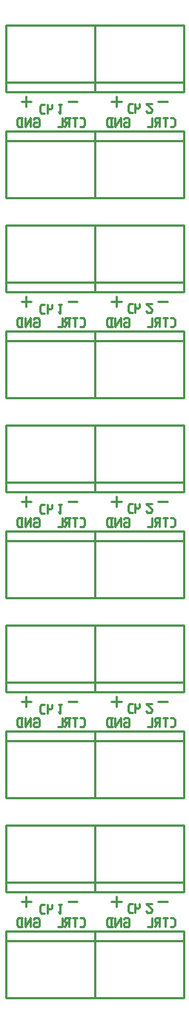
<source format=gbr>
G04 start of page 10 for group -4078 idx -4078 *
G04 Title: (unknown), bottomsilk *
G04 Creator: pcb 4.0.2 *
G04 CreationDate: Thu Sep  9 05:11:40 2021 UTC *
G04 For: ndholmes *
G04 Format: Gerber/RS-274X *
G04 PCB-Dimensions (mil): 1020.00 4700.00 *
G04 PCB-Coordinate-Origin: lower left *
%MOIN*%
%FSLAX25Y25*%
%LNBOTTOMSILK*%
%ADD34C,0.0100*%
G54D34*X24000Y327500D02*X23500Y327000D01*
X24000Y327500D02*X25500D01*
X26000Y327000D02*X25500Y327500D01*
X26000Y324000D02*Y327000D01*
Y324000D02*X25500Y323500D01*
X24000D02*X25500D01*
X24000D02*X23500Y324000D01*
Y325000D01*
X24000Y325500D02*X23500Y325000D01*
X24000Y325500D02*X25000D01*
X22300Y323500D02*Y327500D01*
X19800Y323500D01*
Y327500D01*
X18100Y323500D02*Y327500D01*
X16800D02*X16100Y326800D01*
Y324200D02*Y326800D01*
X16800Y323500D02*X16100Y324200D01*
X16800Y323500D02*X18600D01*
X16800Y327500D02*X18600D01*
X44500Y323500D02*X45800D01*
X46500Y324200D02*X45800Y323500D01*
X46500Y324200D02*Y326800D01*
X45800Y327500D01*
X44500D02*X45800D01*
X41300D02*X43300D01*
X42300Y323500D02*Y327500D01*
X38100D02*X40100D01*
X38100D02*X37600Y327000D01*
Y326000D02*Y327000D01*
X38100Y325500D02*X37600Y326000D01*
X38100Y325500D02*X39600D01*
Y323500D02*Y327500D01*
X38800Y325500D02*X37600Y323500D01*
X36400D02*Y327500D01*
X34400Y323500D02*X36400D01*
X18000Y334900D02*X22600D01*
X20300Y332600D02*Y337200D01*
X39000Y334800D02*X43200D01*
X27200Y333500D02*X28500D01*
X26500Y332800D02*X27200Y333500D01*
X26500Y330200D02*Y332800D01*
Y330200D02*X27200Y329500D01*
X28500D01*
X29700D02*Y333500D01*
Y332000D02*X30200Y331500D01*
X31200D01*
X31700Y332000D01*
Y333500D01*
X34700Y330300D02*X35500Y329500D01*
Y333500D01*
X34700D02*X36200D01*
X64500Y327500D02*X64000Y327000D01*
X64500Y327500D02*X66000D01*
X66500Y327000D02*X66000Y327500D01*
X66500Y324000D02*Y327000D01*
Y324000D02*X66000Y323500D01*
X64500D02*X66000D01*
X64500D02*X64000Y324000D01*
Y325000D01*
X64500Y325500D02*X64000Y325000D01*
X64500Y325500D02*X65500D01*
X62800Y323500D02*Y327500D01*
X60300Y323500D01*
Y327500D01*
X58600Y323500D02*Y327500D01*
X57300D02*X56600Y326800D01*
Y324200D02*Y326800D01*
X57300Y323500D02*X56600Y324200D01*
X57300Y323500D02*X59100D01*
X57300Y327500D02*X59100D01*
X85000Y323500D02*X86300D01*
X87000Y324200D02*X86300Y323500D01*
X87000Y324200D02*Y326800D01*
X86300Y327500D01*
X85000D02*X86300D01*
X81800D02*X83800D01*
X82800Y323500D02*Y327500D01*
X78600D02*X80600D01*
X78600D02*X78100Y327000D01*
Y326000D02*Y327000D01*
X78600Y325500D02*X78100Y326000D01*
X78600Y325500D02*X80100D01*
Y323500D02*Y327500D01*
X79300Y325500D02*X78100Y323500D01*
X76900D02*Y327500D01*
X74900Y323500D02*X76900D01*
X58500Y334900D02*X63100D01*
X60800Y332600D02*Y337200D01*
X79500Y334800D02*X83700D01*
X66700Y334000D02*X68000D01*
X66000Y333300D02*X66700Y334000D01*
X66000Y330700D02*Y333300D01*
Y330700D02*X66700Y330000D01*
X68000D01*
X69200D02*Y334000D01*
Y332500D02*X69700Y332000D01*
X70700D01*
X71200Y332500D01*
Y334000D01*
X74200Y330500D02*X74700Y330000D01*
X76200D01*
X76700Y330500D01*
Y331500D01*
X74200Y334000D02*X76700Y331500D01*
X74200Y334000D02*X76700D01*
X64500Y417500D02*X64000Y417000D01*
X64500Y417500D02*X66000D01*
X66500Y417000D02*X66000Y417500D01*
X66500Y414000D02*Y417000D01*
Y414000D02*X66000Y413500D01*
X64500D02*X66000D01*
X64500D02*X64000Y414000D01*
Y415000D01*
X64500Y415500D02*X64000Y415000D01*
X64500Y415500D02*X65500D01*
X62800Y413500D02*Y417500D01*
X60300Y413500D01*
Y417500D01*
X58600Y413500D02*Y417500D01*
X57300D02*X56600Y416800D01*
Y414200D02*Y416800D01*
X57300Y413500D02*X56600Y414200D01*
X57300Y413500D02*X59100D01*
X57300Y417500D02*X59100D01*
X85000Y413500D02*X86300D01*
X87000Y414200D02*X86300Y413500D01*
X87000Y414200D02*Y416800D01*
X86300Y417500D01*
X85000D02*X86300D01*
X81800D02*X83800D01*
X82800Y413500D02*Y417500D01*
X78600D02*X80600D01*
X78600D02*X78100Y417000D01*
Y416000D02*Y417000D01*
X78600Y415500D02*X78100Y416000D01*
X78600Y415500D02*X80100D01*
Y413500D02*Y417500D01*
X79300Y415500D02*X78100Y413500D01*
X76900D02*Y417500D01*
X74900Y413500D02*X76900D01*
X24000Y417500D02*X23500Y417000D01*
X24000Y417500D02*X25500D01*
X26000Y417000D02*X25500Y417500D01*
X26000Y414000D02*Y417000D01*
Y414000D02*X25500Y413500D01*
X24000D02*X25500D01*
X24000D02*X23500Y414000D01*
Y415000D01*
X24000Y415500D02*X23500Y415000D01*
X24000Y415500D02*X25000D01*
X22300Y413500D02*Y417500D01*
X19800Y413500D01*
Y417500D01*
X18100Y413500D02*Y417500D01*
X16800D02*X16100Y416800D01*
Y414200D02*Y416800D01*
X16800Y413500D02*X16100Y414200D01*
X16800Y413500D02*X18600D01*
X16800Y417500D02*X18600D01*
X44500Y413500D02*X45800D01*
X46500Y414200D02*X45800Y413500D01*
X46500Y414200D02*Y416800D01*
X45800Y417500D01*
X44500D02*X45800D01*
X41300D02*X43300D01*
X42300Y413500D02*Y417500D01*
X38100D02*X40100D01*
X38100D02*X37600Y417000D01*
Y416000D02*Y417000D01*
X38100Y415500D02*X37600Y416000D01*
X38100Y415500D02*X39600D01*
Y413500D02*Y417500D01*
X38800Y415500D02*X37600Y413500D01*
X36400D02*Y417500D01*
X34400Y413500D02*X36400D01*
X18000Y424900D02*X22600D01*
X20300Y422600D02*Y427200D01*
X39000Y424800D02*X43200D01*
X27200Y423500D02*X28500D01*
X26500Y422800D02*X27200Y423500D01*
X26500Y420200D02*Y422800D01*
Y420200D02*X27200Y419500D01*
X28500D01*
X29700D02*Y423500D01*
Y422000D02*X30200Y421500D01*
X31200D01*
X31700Y422000D01*
Y423500D01*
X34700Y420300D02*X35500Y419500D01*
Y423500D01*
X34700D02*X36200D01*
X58500Y424900D02*X63100D01*
X60800Y422600D02*Y427200D01*
X79500Y424800D02*X83700D01*
X66700Y424000D02*X68000D01*
X66000Y423300D02*X66700Y424000D01*
X66000Y420700D02*Y423300D01*
Y420700D02*X66700Y420000D01*
X68000D01*
X69200D02*Y424000D01*
Y422500D02*X69700Y422000D01*
X70700D01*
X71200Y422500D01*
Y424000D01*
X74200Y420500D02*X74700Y420000D01*
X76200D01*
X76700Y420500D01*
Y421500D01*
X74200Y424000D02*X76700Y421500D01*
X74200Y424000D02*X76700D01*
X24000Y237500D02*X23500Y237000D01*
X24000Y237500D02*X25500D01*
X26000Y237000D02*X25500Y237500D01*
X26000Y234000D02*Y237000D01*
Y234000D02*X25500Y233500D01*
X24000D02*X25500D01*
X24000D02*X23500Y234000D01*
Y235000D01*
X24000Y235500D02*X23500Y235000D01*
X24000Y235500D02*X25000D01*
X22300Y233500D02*Y237500D01*
X19800Y233500D01*
Y237500D01*
X18100Y233500D02*Y237500D01*
X16800D02*X16100Y236800D01*
Y234200D02*Y236800D01*
X16800Y233500D02*X16100Y234200D01*
X16800Y233500D02*X18600D01*
X16800Y237500D02*X18600D01*
X44500Y233500D02*X45800D01*
X46500Y234200D02*X45800Y233500D01*
X46500Y234200D02*Y236800D01*
X45800Y237500D01*
X44500D02*X45800D01*
X41300D02*X43300D01*
X42300Y233500D02*Y237500D01*
X38100D02*X40100D01*
X38100D02*X37600Y237000D01*
Y236000D02*Y237000D01*
X38100Y235500D02*X37600Y236000D01*
X38100Y235500D02*X39600D01*
Y233500D02*Y237500D01*
X38800Y235500D02*X37600Y233500D01*
X36400D02*Y237500D01*
X34400Y233500D02*X36400D01*
X18000Y244900D02*X22600D01*
X20300Y242600D02*Y247200D01*
X39000Y244800D02*X43200D01*
X27200Y243500D02*X28500D01*
X26500Y242800D02*X27200Y243500D01*
X26500Y240200D02*Y242800D01*
Y240200D02*X27200Y239500D01*
X28500D01*
X29700D02*Y243500D01*
Y242000D02*X30200Y241500D01*
X31200D01*
X31700Y242000D01*
Y243500D01*
X34700Y240300D02*X35500Y239500D01*
Y243500D01*
X34700D02*X36200D01*
X64500Y237500D02*X64000Y237000D01*
X64500Y237500D02*X66000D01*
X66500Y237000D02*X66000Y237500D01*
X66500Y234000D02*Y237000D01*
Y234000D02*X66000Y233500D01*
X64500D02*X66000D01*
X64500D02*X64000Y234000D01*
Y235000D01*
X64500Y235500D02*X64000Y235000D01*
X64500Y235500D02*X65500D01*
X62800Y233500D02*Y237500D01*
X60300Y233500D01*
Y237500D01*
X58600Y233500D02*Y237500D01*
X57300D02*X56600Y236800D01*
Y234200D02*Y236800D01*
X57300Y233500D02*X56600Y234200D01*
X57300Y233500D02*X59100D01*
X57300Y237500D02*X59100D01*
X85000Y233500D02*X86300D01*
X87000Y234200D02*X86300Y233500D01*
X87000Y234200D02*Y236800D01*
X86300Y237500D01*
X85000D02*X86300D01*
X81800D02*X83800D01*
X82800Y233500D02*Y237500D01*
X78600D02*X80600D01*
X78600D02*X78100Y237000D01*
Y236000D02*Y237000D01*
X78600Y235500D02*X78100Y236000D01*
X78600Y235500D02*X80100D01*
Y233500D02*Y237500D01*
X79300Y235500D02*X78100Y233500D01*
X76900D02*Y237500D01*
X74900Y233500D02*X76900D01*
X58500Y244900D02*X63100D01*
X60800Y242600D02*Y247200D01*
X79500Y244800D02*X83700D01*
X66700Y244000D02*X68000D01*
X66000Y243300D02*X66700Y244000D01*
X66000Y240700D02*Y243300D01*
Y240700D02*X66700Y240000D01*
X68000D01*
X69200D02*Y244000D01*
Y242500D02*X69700Y242000D01*
X70700D01*
X71200Y242500D01*
Y244000D01*
X74200Y240500D02*X74700Y240000D01*
X76200D01*
X76700Y240500D01*
Y241500D01*
X74200Y244000D02*X76700Y241500D01*
X74200Y244000D02*X76700D01*
X24000Y147500D02*X23500Y147000D01*
X24000Y147500D02*X25500D01*
X26000Y147000D02*X25500Y147500D01*
X26000Y144000D02*Y147000D01*
Y144000D02*X25500Y143500D01*
X24000D02*X25500D01*
X24000D02*X23500Y144000D01*
Y145000D01*
X24000Y145500D02*X23500Y145000D01*
X24000Y145500D02*X25000D01*
X22300Y143500D02*Y147500D01*
X19800Y143500D01*
Y147500D01*
X18100Y143500D02*Y147500D01*
X16800D02*X16100Y146800D01*
Y144200D02*Y146800D01*
X16800Y143500D02*X16100Y144200D01*
X16800Y143500D02*X18600D01*
X16800Y147500D02*X18600D01*
X44500Y143500D02*X45800D01*
X46500Y144200D02*X45800Y143500D01*
X46500Y144200D02*Y146800D01*
X45800Y147500D01*
X44500D02*X45800D01*
X41300D02*X43300D01*
X42300Y143500D02*Y147500D01*
X38100D02*X40100D01*
X38100D02*X37600Y147000D01*
Y146000D02*Y147000D01*
X38100Y145500D02*X37600Y146000D01*
X38100Y145500D02*X39600D01*
Y143500D02*Y147500D01*
X38800Y145500D02*X37600Y143500D01*
X36400D02*Y147500D01*
X34400Y143500D02*X36400D01*
X18000Y154900D02*X22600D01*
X20300Y152600D02*Y157200D01*
X39000Y154800D02*X43200D01*
X27200Y153500D02*X28500D01*
X26500Y152800D02*X27200Y153500D01*
X26500Y150200D02*Y152800D01*
Y150200D02*X27200Y149500D01*
X28500D01*
X29700D02*Y153500D01*
Y152000D02*X30200Y151500D01*
X31200D01*
X31700Y152000D01*
Y153500D01*
X34700Y150300D02*X35500Y149500D01*
Y153500D01*
X34700D02*X36200D01*
X64500Y147500D02*X64000Y147000D01*
X64500Y147500D02*X66000D01*
X66500Y147000D02*X66000Y147500D01*
X66500Y144000D02*Y147000D01*
Y144000D02*X66000Y143500D01*
X64500D02*X66000D01*
X64500D02*X64000Y144000D01*
Y145000D01*
X64500Y145500D02*X64000Y145000D01*
X64500Y145500D02*X65500D01*
X62800Y143500D02*Y147500D01*
X60300Y143500D01*
Y147500D01*
X58600Y143500D02*Y147500D01*
X57300D02*X56600Y146800D01*
Y144200D02*Y146800D01*
X57300Y143500D02*X56600Y144200D01*
X57300Y143500D02*X59100D01*
X57300Y147500D02*X59100D01*
X85000Y143500D02*X86300D01*
X87000Y144200D02*X86300Y143500D01*
X87000Y144200D02*Y146800D01*
X86300Y147500D01*
X85000D02*X86300D01*
X81800D02*X83800D01*
X82800Y143500D02*Y147500D01*
X78600D02*X80600D01*
X78600D02*X78100Y147000D01*
Y146000D02*Y147000D01*
X78600Y145500D02*X78100Y146000D01*
X78600Y145500D02*X80100D01*
Y143500D02*Y147500D01*
X79300Y145500D02*X78100Y143500D01*
X76900D02*Y147500D01*
X74900Y143500D02*X76900D01*
X58500Y154900D02*X63100D01*
X60800Y152600D02*Y157200D01*
X79500Y154800D02*X83700D01*
X66700Y154000D02*X68000D01*
X66000Y153300D02*X66700Y154000D01*
X66000Y150700D02*Y153300D01*
Y150700D02*X66700Y150000D01*
X68000D01*
X69200D02*Y154000D01*
Y152500D02*X69700Y152000D01*
X70700D01*
X71200Y152500D01*
Y154000D01*
X74200Y150500D02*X74700Y150000D01*
X76200D01*
X76700Y150500D01*
Y151500D01*
X74200Y154000D02*X76700Y151500D01*
X74200Y154000D02*X76700D01*
X24000Y57500D02*X23500Y57000D01*
X24000Y57500D02*X25500D01*
X26000Y57000D02*X25500Y57500D01*
X26000Y54000D02*Y57000D01*
Y54000D02*X25500Y53500D01*
X24000D02*X25500D01*
X24000D02*X23500Y54000D01*
Y55000D01*
X24000Y55500D02*X23500Y55000D01*
X24000Y55500D02*X25000D01*
X22300Y53500D02*Y57500D01*
X19800Y53500D01*
Y57500D01*
X18100Y53500D02*Y57500D01*
X16800D02*X16100Y56800D01*
Y54200D02*Y56800D01*
X16800Y53500D02*X16100Y54200D01*
X16800Y53500D02*X18600D01*
X16800Y57500D02*X18600D01*
X44500Y53500D02*X45800D01*
X46500Y54200D02*X45800Y53500D01*
X46500Y54200D02*Y56800D01*
X45800Y57500D01*
X44500D02*X45800D01*
X41300D02*X43300D01*
X42300Y53500D02*Y57500D01*
X38100D02*X40100D01*
X38100D02*X37600Y57000D01*
Y56000D02*Y57000D01*
X38100Y55500D02*X37600Y56000D01*
X38100Y55500D02*X39600D01*
Y53500D02*Y57500D01*
X38800Y55500D02*X37600Y53500D01*
X36400D02*Y57500D01*
X34400Y53500D02*X36400D01*
X18000Y64900D02*X22600D01*
X20300Y62600D02*Y67200D01*
X39000Y64800D02*X43200D01*
X27200Y63500D02*X28500D01*
X26500Y62800D02*X27200Y63500D01*
X26500Y60200D02*Y62800D01*
Y60200D02*X27200Y59500D01*
X28500D01*
X29700D02*Y63500D01*
Y62000D02*X30200Y61500D01*
X31200D01*
X31700Y62000D01*
Y63500D01*
X34700Y60300D02*X35500Y59500D01*
Y63500D01*
X34700D02*X36200D01*
X64500Y57500D02*X64000Y57000D01*
X64500Y57500D02*X66000D01*
X66500Y57000D02*X66000Y57500D01*
X66500Y54000D02*Y57000D01*
Y54000D02*X66000Y53500D01*
X64500D02*X66000D01*
X64500D02*X64000Y54000D01*
Y55000D01*
X64500Y55500D02*X64000Y55000D01*
X64500Y55500D02*X65500D01*
X62800Y53500D02*Y57500D01*
X60300Y53500D01*
Y57500D01*
X58600Y53500D02*Y57500D01*
X57300D02*X56600Y56800D01*
Y54200D02*Y56800D01*
X57300Y53500D02*X56600Y54200D01*
X57300Y53500D02*X59100D01*
X57300Y57500D02*X59100D01*
X85000Y53500D02*X86300D01*
X87000Y54200D02*X86300Y53500D01*
X87000Y54200D02*Y56800D01*
X86300Y57500D01*
X85000D02*X86300D01*
X81800D02*X83800D01*
X82800Y53500D02*Y57500D01*
X78600D02*X80600D01*
X78600D02*X78100Y57000D01*
Y56000D02*Y57000D01*
X78600Y55500D02*X78100Y56000D01*
X78600Y55500D02*X80100D01*
Y53500D02*Y57500D01*
X79300Y55500D02*X78100Y53500D01*
X76900D02*Y57500D01*
X74900Y53500D02*X76900D01*
X58500Y64900D02*X63100D01*
X60800Y62600D02*Y67200D01*
X79500Y64800D02*X83700D01*
X66700Y64000D02*X68000D01*
X66000Y63300D02*X66700Y64000D01*
X66000Y60700D02*Y63300D01*
Y60700D02*X66700Y60000D01*
X68000D01*
X69200D02*Y64000D01*
Y62500D02*X69700Y62000D01*
X70700D01*
X71200Y62500D01*
Y64000D01*
X74200Y60500D02*X74700Y60000D01*
X76200D01*
X76700Y60500D01*
Y61500D01*
X74200Y64000D02*X76700Y61500D01*
X74200Y64000D02*X76700D01*
X51000Y291700D02*X91000D01*
X51000Y321700D02*X91000D01*
X51000Y317300D02*X91000D01*
Y291700D02*Y321700D01*
X51000Y291700D02*Y321700D01*
Y201700D02*X91000D01*
X51000Y231700D02*X91000D01*
X51000Y227300D02*X91000D01*
Y201700D02*Y231700D01*
X51000Y201700D02*Y231700D01*
Y279300D02*X91000D01*
X51000Y249300D02*X91000D01*
X51000Y253700D02*X91000D01*
X51000Y249300D02*Y279300D01*
X91000Y249300D02*Y279300D01*
X11000Y291700D02*X51000D01*
X11000Y321700D02*X51000D01*
X11000Y317300D02*X51000D01*
Y291700D02*Y321700D01*
X11000Y291700D02*Y321700D01*
Y201700D02*X51000D01*
X11000Y231700D02*X51000D01*
X11000Y227300D02*X51000D01*
Y201700D02*Y231700D01*
X11000Y201700D02*Y231700D01*
Y279300D02*X51000D01*
X11000Y249300D02*X51000D01*
X11000Y253700D02*X51000D01*
X11000Y249300D02*Y279300D01*
X51000Y249300D02*Y279300D01*
X11000Y381700D02*X51000D01*
X11000Y411700D02*X51000D01*
X11000Y407300D02*X51000D01*
Y381700D02*Y411700D01*
X11000Y381700D02*Y411700D01*
Y459300D02*X51000D01*
X11000Y429300D02*X51000D01*
X11000Y433700D02*X51000D01*
X11000Y429300D02*Y459300D01*
X51000Y429300D02*Y459300D01*
Y381700D02*X91000D01*
X51000Y411700D02*X91000D01*
X51000Y407300D02*X91000D01*
Y381700D02*Y411700D01*
X51000Y381700D02*Y411700D01*
Y459300D02*X91000D01*
X51000Y429300D02*X91000D01*
X51000Y433700D02*X91000D01*
X51000Y429300D02*Y459300D01*
X91000Y429300D02*Y459300D01*
X11000Y369300D02*X51000D01*
X11000Y339300D02*X51000D01*
X11000Y343700D02*X51000D01*
X11000Y339300D02*Y369300D01*
X51000Y339300D02*Y369300D01*
X91000D01*
X51000Y339300D02*X91000D01*
X51000Y343700D02*X91000D01*
X51000Y339300D02*Y369300D01*
X91000Y339300D02*Y369300D01*
X51000Y111700D02*X91000D01*
X51000Y141700D02*X91000D01*
X51000Y137300D02*X91000D01*
Y111700D02*Y141700D01*
X51000Y111700D02*Y141700D01*
Y21700D02*X91000D01*
X51000Y51700D02*X91000D01*
X51000Y47300D02*X91000D01*
Y21700D02*Y51700D01*
X51000Y21700D02*Y51700D01*
Y99300D02*X91000D01*
X51000Y69300D02*X91000D01*
X51000Y73700D02*X91000D01*
X51000Y69300D02*Y99300D01*
X91000Y69300D02*Y99300D01*
X11000Y111700D02*X51000D01*
X11000Y141700D02*X51000D01*
X11000Y137300D02*X51000D01*
Y111700D02*Y141700D01*
X11000Y111700D02*Y141700D01*
Y189300D02*X51000D01*
X11000Y159300D02*X51000D01*
X11000Y163700D02*X51000D01*
X11000Y159300D02*Y189300D01*
X51000Y159300D02*Y189300D01*
X91000D01*
X51000Y159300D02*X91000D01*
X51000Y163700D02*X91000D01*
X51000Y159300D02*Y189300D01*
X91000Y159300D02*Y189300D01*
X11000Y21700D02*X51000D01*
X11000Y51700D02*X51000D01*
X11000Y47300D02*X51000D01*
Y21700D02*Y51700D01*
X11000Y21700D02*Y51700D01*
Y99300D02*X51000D01*
X11000Y69300D02*X51000D01*
X11000Y73700D02*X51000D01*
X11000Y69300D02*Y99300D01*
X51000Y69300D02*Y99300D01*
M02*

</source>
